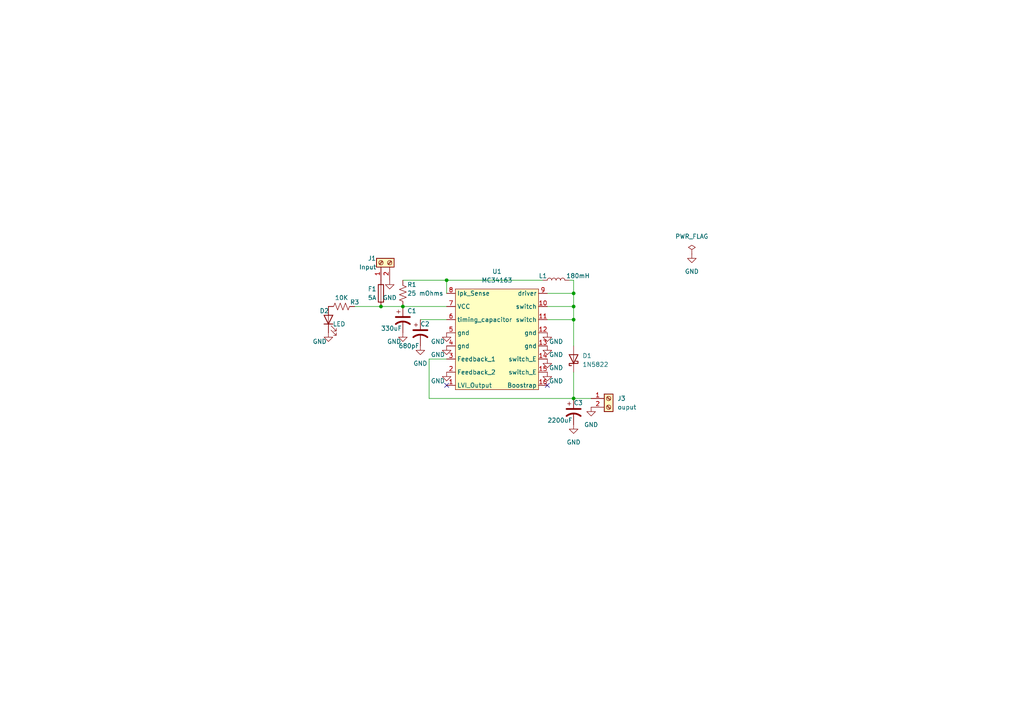
<source format=kicad_sch>
(kicad_sch (version 20230121) (generator eeschema)

  (uuid 2c414bc3-2d43-4140-a89b-656f21bb10b5)

  (paper "A4")

  (lib_symbols
    (symbol "Connector:Screw_Terminal_01x02" (pin_names (offset 1.016) hide) (in_bom yes) (on_board yes)
      (property "Reference" "J" (at 0 2.54 0)
        (effects (font (size 1.27 1.27)))
      )
      (property "Value" "Screw_Terminal_01x02" (at 0 -5.08 0)
        (effects (font (size 1.27 1.27)))
      )
      (property "Footprint" "" (at 0 0 0)
        (effects (font (size 1.27 1.27)) hide)
      )
      (property "Datasheet" "~" (at 0 0 0)
        (effects (font (size 1.27 1.27)) hide)
      )
      (property "ki_keywords" "screw terminal" (at 0 0 0)
        (effects (font (size 1.27 1.27)) hide)
      )
      (property "ki_description" "Generic screw terminal, single row, 01x02, script generated (kicad-library-utils/schlib/autogen/connector/)" (at 0 0 0)
        (effects (font (size 1.27 1.27)) hide)
      )
      (property "ki_fp_filters" "TerminalBlock*:*" (at 0 0 0)
        (effects (font (size 1.27 1.27)) hide)
      )
      (symbol "Screw_Terminal_01x02_1_1"
        (rectangle (start -1.27 1.27) (end 1.27 -3.81)
          (stroke (width 0.254) (type default))
          (fill (type background))
        )
        (circle (center 0 -2.54) (radius 0.635)
          (stroke (width 0.1524) (type default))
          (fill (type none))
        )
        (polyline
          (pts
            (xy -0.5334 -2.2098)
            (xy 0.3302 -3.048)
          )
          (stroke (width 0.1524) (type default))
          (fill (type none))
        )
        (polyline
          (pts
            (xy -0.5334 0.3302)
            (xy 0.3302 -0.508)
          )
          (stroke (width 0.1524) (type default))
          (fill (type none))
        )
        (polyline
          (pts
            (xy -0.3556 -2.032)
            (xy 0.508 -2.8702)
          )
          (stroke (width 0.1524) (type default))
          (fill (type none))
        )
        (polyline
          (pts
            (xy -0.3556 0.508)
            (xy 0.508 -0.3302)
          )
          (stroke (width 0.1524) (type default))
          (fill (type none))
        )
        (circle (center 0 0) (radius 0.635)
          (stroke (width 0.1524) (type default))
          (fill (type none))
        )
        (pin passive line (at -5.08 0 0) (length 3.81)
          (name "Pin_1" (effects (font (size 1.27 1.27))))
          (number "1" (effects (font (size 1.27 1.27))))
        )
        (pin passive line (at -5.08 -2.54 0) (length 3.81)
          (name "Pin_2" (effects (font (size 1.27 1.27))))
          (number "2" (effects (font (size 1.27 1.27))))
        )
      )
    )
    (symbol "Device:C_Polarized_US" (pin_numbers hide) (pin_names (offset 0.254) hide) (in_bom yes) (on_board yes)
      (property "Reference" "C" (at 0.635 2.54 0)
        (effects (font (size 1.27 1.27)) (justify left))
      )
      (property "Value" "C_Polarized_US" (at 0.635 -2.54 0)
        (effects (font (size 1.27 1.27)) (justify left))
      )
      (property "Footprint" "" (at 0 0 0)
        (effects (font (size 1.27 1.27)) hide)
      )
      (property "Datasheet" "~" (at 0 0 0)
        (effects (font (size 1.27 1.27)) hide)
      )
      (property "ki_keywords" "cap capacitor" (at 0 0 0)
        (effects (font (size 1.27 1.27)) hide)
      )
      (property "ki_description" "Polarized capacitor, US symbol" (at 0 0 0)
        (effects (font (size 1.27 1.27)) hide)
      )
      (property "ki_fp_filters" "CP_*" (at 0 0 0)
        (effects (font (size 1.27 1.27)) hide)
      )
      (symbol "C_Polarized_US_0_1"
        (polyline
          (pts
            (xy -2.032 0.762)
            (xy 2.032 0.762)
          )
          (stroke (width 0.508) (type default))
          (fill (type none))
        )
        (polyline
          (pts
            (xy -1.778 2.286)
            (xy -0.762 2.286)
          )
          (stroke (width 0) (type default))
          (fill (type none))
        )
        (polyline
          (pts
            (xy -1.27 1.778)
            (xy -1.27 2.794)
          )
          (stroke (width 0) (type default))
          (fill (type none))
        )
        (arc (start 2.032 -1.27) (mid 0 -0.5572) (end -2.032 -1.27)
          (stroke (width 0.508) (type default))
          (fill (type none))
        )
      )
      (symbol "C_Polarized_US_1_1"
        (pin passive line (at 0 3.81 270) (length 2.794)
          (name "~" (effects (font (size 1.27 1.27))))
          (number "1" (effects (font (size 1.27 1.27))))
        )
        (pin passive line (at 0 -3.81 90) (length 3.302)
          (name "~" (effects (font (size 1.27 1.27))))
          (number "2" (effects (font (size 1.27 1.27))))
        )
      )
    )
    (symbol "Device:Fuse" (pin_numbers hide) (pin_names (offset 0)) (in_bom yes) (on_board yes)
      (property "Reference" "F" (at 2.032 0 90)
        (effects (font (size 1.27 1.27)))
      )
      (property "Value" "Fuse" (at -1.905 0 90)
        (effects (font (size 1.27 1.27)))
      )
      (property "Footprint" "" (at -1.778 0 90)
        (effects (font (size 1.27 1.27)) hide)
      )
      (property "Datasheet" "~" (at 0 0 0)
        (effects (font (size 1.27 1.27)) hide)
      )
      (property "ki_keywords" "fuse" (at 0 0 0)
        (effects (font (size 1.27 1.27)) hide)
      )
      (property "ki_description" "Fuse" (at 0 0 0)
        (effects (font (size 1.27 1.27)) hide)
      )
      (property "ki_fp_filters" "*Fuse*" (at 0 0 0)
        (effects (font (size 1.27 1.27)) hide)
      )
      (symbol "Fuse_0_1"
        (rectangle (start -0.762 -2.54) (end 0.762 2.54)
          (stroke (width 0.254) (type default))
          (fill (type none))
        )
        (polyline
          (pts
            (xy 0 2.54)
            (xy 0 -2.54)
          )
          (stroke (width 0) (type default))
          (fill (type none))
        )
      )
      (symbol "Fuse_1_1"
        (pin passive line (at 0 3.81 270) (length 1.27)
          (name "~" (effects (font (size 1.27 1.27))))
          (number "1" (effects (font (size 1.27 1.27))))
        )
        (pin passive line (at 0 -3.81 90) (length 1.27)
          (name "~" (effects (font (size 1.27 1.27))))
          (number "2" (effects (font (size 1.27 1.27))))
        )
      )
    )
    (symbol "Device:L" (pin_numbers hide) (pin_names (offset 1.016) hide) (in_bom yes) (on_board yes)
      (property "Reference" "L" (at -1.27 0 90)
        (effects (font (size 1.27 1.27)))
      )
      (property "Value" "L" (at 1.905 0 90)
        (effects (font (size 1.27 1.27)))
      )
      (property "Footprint" "" (at 0 0 0)
        (effects (font (size 1.27 1.27)) hide)
      )
      (property "Datasheet" "~" (at 0 0 0)
        (effects (font (size 1.27 1.27)) hide)
      )
      (property "ki_keywords" "inductor choke coil reactor magnetic" (at 0 0 0)
        (effects (font (size 1.27 1.27)) hide)
      )
      (property "ki_description" "Inductor" (at 0 0 0)
        (effects (font (size 1.27 1.27)) hide)
      )
      (property "ki_fp_filters" "Choke_* *Coil* Inductor_* L_*" (at 0 0 0)
        (effects (font (size 1.27 1.27)) hide)
      )
      (symbol "L_0_1"
        (arc (start 0 -2.54) (mid 0.6323 -1.905) (end 0 -1.27)
          (stroke (width 0) (type default))
          (fill (type none))
        )
        (arc (start 0 -1.27) (mid 0.6323 -0.635) (end 0 0)
          (stroke (width 0) (type default))
          (fill (type none))
        )
        (arc (start 0 0) (mid 0.6323 0.635) (end 0 1.27)
          (stroke (width 0) (type default))
          (fill (type none))
        )
        (arc (start 0 1.27) (mid 0.6323 1.905) (end 0 2.54)
          (stroke (width 0) (type default))
          (fill (type none))
        )
      )
      (symbol "L_1_1"
        (pin passive line (at 0 3.81 270) (length 1.27)
          (name "1" (effects (font (size 1.27 1.27))))
          (number "1" (effects (font (size 1.27 1.27))))
        )
        (pin passive line (at 0 -3.81 90) (length 1.27)
          (name "2" (effects (font (size 1.27 1.27))))
          (number "2" (effects (font (size 1.27 1.27))))
        )
      )
    )
    (symbol "Device:LED" (pin_numbers hide) (pin_names (offset 1.016) hide) (in_bom yes) (on_board yes)
      (property "Reference" "D" (at 0 2.54 0)
        (effects (font (size 1.27 1.27)))
      )
      (property "Value" "LED" (at 0 -2.54 0)
        (effects (font (size 1.27 1.27)))
      )
      (property "Footprint" "" (at 0 0 0)
        (effects (font (size 1.27 1.27)) hide)
      )
      (property "Datasheet" "~" (at 0 0 0)
        (effects (font (size 1.27 1.27)) hide)
      )
      (property "ki_keywords" "LED diode" (at 0 0 0)
        (effects (font (size 1.27 1.27)) hide)
      )
      (property "ki_description" "Light emitting diode" (at 0 0 0)
        (effects (font (size 1.27 1.27)) hide)
      )
      (property "ki_fp_filters" "LED* LED_SMD:* LED_THT:*" (at 0 0 0)
        (effects (font (size 1.27 1.27)) hide)
      )
      (symbol "LED_0_1"
        (polyline
          (pts
            (xy -1.27 -1.27)
            (xy -1.27 1.27)
          )
          (stroke (width 0.254) (type default))
          (fill (type none))
        )
        (polyline
          (pts
            (xy -1.27 0)
            (xy 1.27 0)
          )
          (stroke (width 0) (type default))
          (fill (type none))
        )
        (polyline
          (pts
            (xy 1.27 -1.27)
            (xy 1.27 1.27)
            (xy -1.27 0)
            (xy 1.27 -1.27)
          )
          (stroke (width 0.254) (type default))
          (fill (type none))
        )
        (polyline
          (pts
            (xy -3.048 -0.762)
            (xy -4.572 -2.286)
            (xy -3.81 -2.286)
            (xy -4.572 -2.286)
            (xy -4.572 -1.524)
          )
          (stroke (width 0) (type default))
          (fill (type none))
        )
        (polyline
          (pts
            (xy -1.778 -0.762)
            (xy -3.302 -2.286)
            (xy -2.54 -2.286)
            (xy -3.302 -2.286)
            (xy -3.302 -1.524)
          )
          (stroke (width 0) (type default))
          (fill (type none))
        )
      )
      (symbol "LED_1_1"
        (pin passive line (at -3.81 0 0) (length 2.54)
          (name "K" (effects (font (size 1.27 1.27))))
          (number "1" (effects (font (size 1.27 1.27))))
        )
        (pin passive line (at 3.81 0 180) (length 2.54)
          (name "A" (effects (font (size 1.27 1.27))))
          (number "2" (effects (font (size 1.27 1.27))))
        )
      )
    )
    (symbol "Device:R_US" (pin_numbers hide) (pin_names (offset 0)) (in_bom yes) (on_board yes)
      (property "Reference" "R" (at 2.54 0 90)
        (effects (font (size 1.27 1.27)))
      )
      (property "Value" "R_US" (at -2.54 0 90)
        (effects (font (size 1.27 1.27)))
      )
      (property "Footprint" "" (at 1.016 -0.254 90)
        (effects (font (size 1.27 1.27)) hide)
      )
      (property "Datasheet" "~" (at 0 0 0)
        (effects (font (size 1.27 1.27)) hide)
      )
      (property "ki_keywords" "R res resistor" (at 0 0 0)
        (effects (font (size 1.27 1.27)) hide)
      )
      (property "ki_description" "Resistor, US symbol" (at 0 0 0)
        (effects (font (size 1.27 1.27)) hide)
      )
      (property "ki_fp_filters" "R_*" (at 0 0 0)
        (effects (font (size 1.27 1.27)) hide)
      )
      (symbol "R_US_0_1"
        (polyline
          (pts
            (xy 0 -2.286)
            (xy 0 -2.54)
          )
          (stroke (width 0) (type default))
          (fill (type none))
        )
        (polyline
          (pts
            (xy 0 2.286)
            (xy 0 2.54)
          )
          (stroke (width 0) (type default))
          (fill (type none))
        )
        (polyline
          (pts
            (xy 0 -0.762)
            (xy 1.016 -1.143)
            (xy 0 -1.524)
            (xy -1.016 -1.905)
            (xy 0 -2.286)
          )
          (stroke (width 0) (type default))
          (fill (type none))
        )
        (polyline
          (pts
            (xy 0 0.762)
            (xy 1.016 0.381)
            (xy 0 0)
            (xy -1.016 -0.381)
            (xy 0 -0.762)
          )
          (stroke (width 0) (type default))
          (fill (type none))
        )
        (polyline
          (pts
            (xy 0 2.286)
            (xy 1.016 1.905)
            (xy 0 1.524)
            (xy -1.016 1.143)
            (xy 0 0.762)
          )
          (stroke (width 0) (type default))
          (fill (type none))
        )
      )
      (symbol "R_US_1_1"
        (pin passive line (at 0 3.81 270) (length 1.27)
          (name "~" (effects (font (size 1.27 1.27))))
          (number "1" (effects (font (size 1.27 1.27))))
        )
        (pin passive line (at 0 -3.81 90) (length 1.27)
          (name "~" (effects (font (size 1.27 1.27))))
          (number "2" (effects (font (size 1.27 1.27))))
        )
      )
    )
    (symbol "Diode:1N5822" (pin_numbers hide) (pin_names (offset 1.016) hide) (in_bom yes) (on_board yes)
      (property "Reference" "D" (at 0 2.54 0)
        (effects (font (size 1.27 1.27)))
      )
      (property "Value" "1N5822" (at 0 -2.54 0)
        (effects (font (size 1.27 1.27)))
      )
      (property "Footprint" "Diode_THT:D_DO-201AD_P15.24mm_Horizontal" (at 0 -4.445 0)
        (effects (font (size 1.27 1.27)) hide)
      )
      (property "Datasheet" "http://www.vishay.com/docs/88526/1n5820.pdf" (at 0 0 0)
        (effects (font (size 1.27 1.27)) hide)
      )
      (property "ki_keywords" "diode Schottky" (at 0 0 0)
        (effects (font (size 1.27 1.27)) hide)
      )
      (property "ki_description" "40V 3A Schottky Barrier Rectifier Diode, DO-201AD" (at 0 0 0)
        (effects (font (size 1.27 1.27)) hide)
      )
      (property "ki_fp_filters" "D*DO?201AD*" (at 0 0 0)
        (effects (font (size 1.27 1.27)) hide)
      )
      (symbol "1N5822_0_1"
        (polyline
          (pts
            (xy 1.27 0)
            (xy -1.27 0)
          )
          (stroke (width 0) (type default))
          (fill (type none))
        )
        (polyline
          (pts
            (xy 1.27 1.27)
            (xy 1.27 -1.27)
            (xy -1.27 0)
            (xy 1.27 1.27)
          )
          (stroke (width 0.254) (type default))
          (fill (type none))
        )
        (polyline
          (pts
            (xy -1.905 0.635)
            (xy -1.905 1.27)
            (xy -1.27 1.27)
            (xy -1.27 -1.27)
            (xy -0.635 -1.27)
            (xy -0.635 -0.635)
          )
          (stroke (width 0.254) (type default))
          (fill (type none))
        )
      )
      (symbol "1N5822_1_1"
        (pin passive line (at -3.81 0 0) (length 2.54)
          (name "K" (effects (font (size 1.27 1.27))))
          (number "1" (effects (font (size 1.27 1.27))))
        )
        (pin passive line (at 3.81 0 180) (length 2.54)
          (name "A" (effects (font (size 1.27 1.27))))
          (number "2" (effects (font (size 1.27 1.27))))
        )
      )
    )
    (symbol "GND_1" (power) (pin_names (offset 0)) (in_bom yes) (on_board yes)
      (property "Reference" "#PWR" (at 0 -6.35 0)
        (effects (font (size 1.27 1.27)) hide)
      )
      (property "Value" "GND_1" (at 0 -3.81 0)
        (effects (font (size 1.27 1.27)))
      )
      (property "Footprint" "" (at 0 0 0)
        (effects (font (size 1.27 1.27)) hide)
      )
      (property "Datasheet" "" (at 0 0 0)
        (effects (font (size 1.27 1.27)) hide)
      )
      (property "ki_keywords" "global power" (at 0 0 0)
        (effects (font (size 1.27 1.27)) hide)
      )
      (property "ki_description" "Power symbol creates a global label with name \"GND\" , ground" (at 0 0 0)
        (effects (font (size 1.27 1.27)) hide)
      )
      (symbol "GND_1_0_1"
        (polyline
          (pts
            (xy 0 0)
            (xy 0 -1.27)
            (xy 1.27 -1.27)
            (xy 0 -2.54)
            (xy -1.27 -1.27)
            (xy 0 -1.27)
          )
          (stroke (width 0) (type default))
          (fill (type none))
        )
      )
      (symbol "GND_1_1_1"
        (pin power_in line (at 0 0 270) (length 0) hide
          (name "GND" (effects (font (size 1.27 1.27))))
          (number "1" (effects (font (size 1.27 1.27))))
        )
      )
    )
    (symbol "MC34163:MC34163" (in_bom yes) (on_board yes)
      (property "Reference" "U" (at 22.86 20.32 0)
        (effects (font (size 1.27 1.27)))
      )
      (property "Value" "MC34163" (at 34.29 20.32 0)
        (effects (font (size 1.27 1.27)))
      )
      (property "Footprint" "" (at 0 0 0)
        (effects (font (size 1.27 1.27)) hide)
      )
      (property "Datasheet" "" (at 0 0 0)
        (effects (font (size 1.27 1.27)) hide)
      )
      (symbol "MC34163_0_1"
        (rectangle (start 17.78 -10.16) (end 41.91 19.05)
          (stroke (width 0) (type default))
          (fill (type background))
        )
      )
      (symbol "MC34163_1_1"
        (pin output line (at 15.24 -8.89 0) (length 2.54)
          (name "LVI_Output" (effects (font (size 1.27 1.27))))
          (number "1" (effects (font (size 1.27 1.27))))
        )
        (pin input line (at 44.45 13.97 180) (length 2.54)
          (name "switch" (effects (font (size 1.27 1.27))))
          (number "10" (effects (font (size 1.27 1.27))))
        )
        (pin input line (at 44.45 10.16 180) (length 2.54)
          (name "switch" (effects (font (size 1.27 1.27))))
          (number "11" (effects (font (size 1.27 1.27))))
        )
        (pin input line (at 44.45 6.35 180) (length 2.54)
          (name "gnd" (effects (font (size 1.27 1.27))))
          (number "12" (effects (font (size 1.27 1.27))))
        )
        (pin input line (at 44.45 2.54 180) (length 2.54)
          (name "gnd" (effects (font (size 1.27 1.27))))
          (number "13" (effects (font (size 1.27 1.27))))
        )
        (pin power_in line (at 44.45 -1.27 180) (length 2.54)
          (name "switch_E" (effects (font (size 1.27 1.27))))
          (number "14" (effects (font (size 1.27 1.27))))
        )
        (pin power_in line (at 44.45 -5.08 180) (length 2.54)
          (name "switch_E" (effects (font (size 1.27 1.27))))
          (number "15" (effects (font (size 1.27 1.27))))
        )
        (pin input line (at 44.45 -8.89 180) (length 2.54)
          (name "Boostrap" (effects (font (size 1.27 1.27))))
          (number "16" (effects (font (size 1.27 1.27))))
        )
        (pin input line (at 15.24 -5.08 0) (length 2.54)
          (name "Feedback_2" (effects (font (size 1.27 1.27))))
          (number "2" (effects (font (size 1.27 1.27))))
        )
        (pin input line (at 15.24 -1.27 0) (length 2.54)
          (name "Feedback_1" (effects (font (size 1.27 1.27))))
          (number "3" (effects (font (size 1.27 1.27))))
        )
        (pin input line (at 15.24 2.54 0) (length 2.54)
          (name "gnd" (effects (font (size 1.27 1.27))))
          (number "4" (effects (font (size 1.27 1.27))))
        )
        (pin input line (at 15.24 6.35 0) (length 2.54)
          (name "gnd" (effects (font (size 1.27 1.27))))
          (number "5" (effects (font (size 1.27 1.27))))
        )
        (pin input line (at 15.24 10.16 0) (length 2.54)
          (name "timing_capacitor" (effects (font (size 1.27 1.27))))
          (number "6" (effects (font (size 1.27 1.27))))
        )
        (pin input line (at 15.24 13.97 0) (length 2.54)
          (name "VCC" (effects (font (size 1.27 1.27))))
          (number "7" (effects (font (size 1.27 1.27))))
        )
        (pin input line (at 15.24 17.78 0) (length 2.54)
          (name "Ipk_Sense" (effects (font (size 1.27 1.27))))
          (number "8" (effects (font (size 1.27 1.27))))
        )
        (pin input line (at 44.45 17.78 180) (length 2.54)
          (name "driver" (effects (font (size 1.27 1.27))))
          (number "9" (effects (font (size 1.27 1.27))))
        )
      )
    )
    (symbol "PWR_FLAG_1" (power) (pin_numbers hide) (pin_names (offset 0) hide) (in_bom yes) (on_board yes)
      (property "Reference" "#FLG" (at 0 1.905 0)
        (effects (font (size 1.27 1.27)) hide)
      )
      (property "Value" "PWR_FLAG_1" (at 0 3.81 0)
        (effects (font (size 1.27 1.27)))
      )
      (property "Footprint" "" (at 0 0 0)
        (effects (font (size 1.27 1.27)) hide)
      )
      (property "Datasheet" "~" (at 0 0 0)
        (effects (font (size 1.27 1.27)) hide)
      )
      (property "ki_keywords" "flag power" (at 0 0 0)
        (effects (font (size 1.27 1.27)) hide)
      )
      (property "ki_description" "Special symbol for telling ERC where power comes from" (at 0 0 0)
        (effects (font (size 1.27 1.27)) hide)
      )
      (symbol "PWR_FLAG_1_0_0"
        (pin power_out line (at 0 0 90) (length 0)
          (name "pwr" (effects (font (size 1.27 1.27))))
          (number "1" (effects (font (size 1.27 1.27))))
        )
      )
      (symbol "PWR_FLAG_1_0_1"
        (polyline
          (pts
            (xy 0 0)
            (xy 0 1.27)
            (xy -1.016 1.905)
            (xy 0 2.54)
            (xy 1.016 1.905)
            (xy 0 1.27)
          )
          (stroke (width 0) (type default))
          (fill (type none))
        )
      )
    )
  )

  (junction (at 166.37 115.57) (diameter 0) (color 0 0 0 0)
    (uuid 3bde634b-94ee-4db3-ae31-774a30c08e8c)
  )
  (junction (at 129.54 81.28) (diameter 0) (color 0 0 0 0)
    (uuid 4719b627-0366-41b0-806a-210bdcb4291e)
  )
  (junction (at 116.84 88.9) (diameter 0) (color 0 0 0 0)
    (uuid 4e565a83-1926-4f70-b0dc-6d6b1f04bd32)
  )
  (junction (at 110.49 88.9) (diameter 0) (color 0 0 0 0)
    (uuid 84a43c64-f2af-4ffa-b0ad-f26a33c182e4)
  )
  (junction (at 166.37 92.71) (diameter 0) (color 0 0 0 0)
    (uuid 92676245-ab99-4336-8c1a-ea837bbd68db)
  )
  (junction (at 166.37 88.9) (diameter 0) (color 0 0 0 0)
    (uuid 9f38cd68-03cb-4078-8996-c4d0ce61f243)
  )
  (junction (at 166.37 85.09) (diameter 0) (color 0 0 0 0)
    (uuid e5d61026-d436-4296-90b6-cb5bfba07fcc)
  )

  (no_connect (at 158.75 111.76) (uuid 1bd9c51f-f1d9-45de-a378-94ca5644099c))
  (no_connect (at 129.54 111.76) (uuid 3f74c0d3-5a0a-408f-8819-979dd68d08ce))

  (wire (pts (xy 124.46 104.14) (xy 129.54 104.14))
    (stroke (width 0) (type default))
    (uuid 13aa16af-7286-40dd-8649-51e1718ac43a)
  )
  (wire (pts (xy 158.75 85.09) (xy 166.37 85.09))
    (stroke (width 0) (type default))
    (uuid 1ad2f45e-83ed-4a93-a4c8-cc6ec2b3f950)
  )
  (wire (pts (xy 124.46 104.14) (xy 124.46 115.57))
    (stroke (width 0) (type default))
    (uuid 21fd1e6b-c4fa-4a2f-9026-8f8bdcd4800f)
  )
  (wire (pts (xy 166.37 92.71) (xy 158.75 92.71))
    (stroke (width 0) (type default))
    (uuid 335f288d-bcbc-47bc-a73b-6a25d027bc84)
  )
  (wire (pts (xy 166.37 107.95) (xy 166.37 115.57))
    (stroke (width 0) (type default))
    (uuid 358df351-70c7-4722-a875-2dfb5f9f146d)
  )
  (wire (pts (xy 121.92 92.71) (xy 129.54 92.71))
    (stroke (width 0) (type default))
    (uuid 371f6d94-1358-49e8-981b-3879b005a6cb)
  )
  (wire (pts (xy 158.75 88.9) (xy 166.37 88.9))
    (stroke (width 0) (type default))
    (uuid 3d071f68-cfcd-48b1-8fe4-1ececaff6dd5)
  )
  (wire (pts (xy 166.37 115.57) (xy 171.45 115.57))
    (stroke (width 0) (type default))
    (uuid 50c6573b-52c3-42a9-902c-7e08bf8e5008)
  )
  (wire (pts (xy 166.37 85.09) (xy 166.37 81.28))
    (stroke (width 0) (type default))
    (uuid 5ba086e3-64c2-421c-8ce5-f7a711ac8671)
  )
  (wire (pts (xy 129.54 81.28) (xy 129.54 85.09))
    (stroke (width 0) (type default))
    (uuid 5e3af698-5d61-44d3-bcf5-f6f99b5ae12f)
  )
  (wire (pts (xy 116.84 88.9) (xy 129.54 88.9))
    (stroke (width 0) (type default))
    (uuid 60f62fee-2677-4b8c-8e7c-4131a0f4d3ed)
  )
  (wire (pts (xy 110.49 88.9) (xy 116.84 88.9))
    (stroke (width 0) (type default))
    (uuid 82b41b27-efff-4233-b224-3977f8c32b3d)
  )
  (wire (pts (xy 116.84 81.28) (xy 129.54 81.28))
    (stroke (width 0) (type default))
    (uuid a7b76ed0-bfed-471e-b4ed-e174893f53cb)
  )
  (wire (pts (xy 157.48 81.28) (xy 129.54 81.28))
    (stroke (width 0) (type default))
    (uuid ab1722f2-4224-452a-9f1e-a28fa241f31b)
  )
  (wire (pts (xy 124.46 115.57) (xy 166.37 115.57))
    (stroke (width 0) (type default))
    (uuid abfe600f-26bb-4bfd-9771-5a45fcee14eb)
  )
  (wire (pts (xy 166.37 81.28) (xy 165.1 81.28))
    (stroke (width 0) (type default))
    (uuid d018db96-f01e-4d5e-a923-7232ff8e1735)
  )
  (wire (pts (xy 166.37 85.09) (xy 166.37 88.9))
    (stroke (width 0) (type default))
    (uuid e95d0568-a71c-49b6-aecf-6b6654d95abe)
  )
  (wire (pts (xy 166.37 92.71) (xy 166.37 100.33))
    (stroke (width 0) (type default))
    (uuid eceb3904-ded1-4e17-8ff7-068e74266438)
  )
  (wire (pts (xy 102.87 88.9) (xy 110.49 88.9))
    (stroke (width 0) (type default))
    (uuid f8f10dec-a412-4765-9a3a-72a0e32e2285)
  )
  (wire (pts (xy 166.37 88.9) (xy 166.37 92.71))
    (stroke (width 0) (type default))
    (uuid ffb75324-efc8-43a9-8df6-f9f58f0246d1)
  )

  (symbol (lib_id "Connector:Screw_Terminal_01x02") (at 176.53 115.57 0) (unit 1)
    (in_bom yes) (on_board yes) (dnp no)
    (uuid 0456124f-f978-4154-8f24-38c9b38ec097)
    (property "Reference" "J3" (at 179.07 115.5699 0)
      (effects (font (size 1.27 1.27)) (justify left))
    )
    (property "Value" "ouput" (at 179.07 118.11 0)
      (effects (font (size 1.27 1.27)) (justify left))
    )
    (property "Footprint" "TerminalBlock_TE-Connectivity:TerminalBlock_TE_282834-2_1x02_P2.54mm_Horizontal" (at 176.53 115.57 0)
      (effects (font (size 1.27 1.27)) hide)
    )
    (property "Datasheet" "~" (at 176.53 115.57 0)
      (effects (font (size 1.27 1.27)) hide)
    )
    (pin "1" (uuid 2e2f30e5-da2c-4b1e-a34c-449aadefc52a))
    (pin "2" (uuid e5bc37f7-d536-4006-8017-00f76f7db0da))
    (instances
      (project "Alim5"
        (path "/2c414bc3-2d43-4140-a89b-656f21bb10b5"
          (reference "J3") (unit 1)
        )
      )
    )
  )

  (symbol (lib_name "GND_1") (lib_id "power:GND") (at 200.66 73.66 0) (unit 1)
    (in_bom yes) (on_board yes) (dnp no) (fields_autoplaced)
    (uuid 08e48735-7109-435b-ab92-68f0b7f7a70d)
    (property "Reference" "#PWR02" (at 200.66 80.01 0)
      (effects (font (size 1.27 1.27)) hide)
    )
    (property "Value" "GND" (at 200.66 78.74 0)
      (effects (font (size 1.27 1.27)))
    )
    (property "Footprint" "" (at 200.66 73.66 0)
      (effects (font (size 1.27 1.27)) hide)
    )
    (property "Datasheet" "" (at 200.66 73.66 0)
      (effects (font (size 1.27 1.27)) hide)
    )
    (pin "1" (uuid 04b3fc8d-43ab-4c3b-b84c-59ab236d64a9))
    (instances
      (project "Alim5"
        (path "/2c414bc3-2d43-4140-a89b-656f21bb10b5"
          (reference "#PWR02") (unit 1)
        )
      )
    )
  )

  (symbol (lib_id "Device:C_Polarized_US") (at 116.84 92.71 0) (unit 1)
    (in_bom yes) (on_board yes) (dnp no)
    (uuid 0f43dbe7-ddac-4eac-8362-c409a2fc9a21)
    (property "Reference" "C1" (at 118.11 90.17 0)
      (effects (font (size 1.27 1.27)) (justify left))
    )
    (property "Value" "330uF" (at 110.49 95.25 0)
      (effects (font (size 1.27 1.27)) (justify left))
    )
    (property "Footprint" "Capacitor_THT:CP_Radial_D13.0mm_P5.00mm" (at 116.84 92.71 0)
      (effects (font (size 1.27 1.27)) hide)
    )
    (property "Datasheet" "~" (at 116.84 92.71 0)
      (effects (font (size 1.27 1.27)) hide)
    )
    (pin "1" (uuid b429be87-9ad2-4fc4-89ed-8902fc9afeaf))
    (pin "2" (uuid 27d99f6c-e55e-4a4f-ab7b-bd58b9f4a734))
    (instances
      (project "Alim5"
        (path "/2c414bc3-2d43-4140-a89b-656f21bb10b5"
          (reference "C1") (unit 1)
        )
      )
    )
  )

  (symbol (lib_name "GND_1") (lib_id "power:GND") (at 166.37 123.19 0) (unit 1)
    (in_bom yes) (on_board yes) (dnp no) (fields_autoplaced)
    (uuid 150fa851-3f54-4fc3-8359-3f048e848ba8)
    (property "Reference" "#PWR014" (at 166.37 129.54 0)
      (effects (font (size 1.27 1.27)) hide)
    )
    (property "Value" "GND" (at 166.37 128.27 0)
      (effects (font (size 1.27 1.27)))
    )
    (property "Footprint" "" (at 166.37 123.19 0)
      (effects (font (size 1.27 1.27)) hide)
    )
    (property "Datasheet" "" (at 166.37 123.19 0)
      (effects (font (size 1.27 1.27)) hide)
    )
    (pin "1" (uuid ec31175f-b15b-4745-850d-5dbb52a77cc5))
    (instances
      (project "Alim5"
        (path "/2c414bc3-2d43-4140-a89b-656f21bb10b5"
          (reference "#PWR014") (unit 1)
        )
      )
    )
  )

  (symbol (lib_id "MC34163:MC34163") (at 114.3 102.87 0) (unit 1)
    (in_bom yes) (on_board yes) (dnp no) (fields_autoplaced)
    (uuid 17ee817a-b012-4c6b-8a9b-0c70081eba48)
    (property "Reference" "U1" (at 144.145 78.74 0)
      (effects (font (size 1.27 1.27)))
    )
    (property "Value" "MC34163" (at 144.145 81.28 0)
      (effects (font (size 1.27 1.27)))
    )
    (property "Footprint" "" (at 114.3 102.87 0)
      (effects (font (size 1.27 1.27)) hide)
    )
    (property "Datasheet" "" (at 114.3 102.87 0)
      (effects (font (size 1.27 1.27)) hide)
    )
    (pin "1" (uuid c3c058c7-4a94-4a15-8c6f-1aea30be4872))
    (pin "10" (uuid 2981cc66-7cb5-4641-a52a-d68efc0044a2))
    (pin "11" (uuid c151230e-4e48-4987-ac84-fecdb14f7506))
    (pin "12" (uuid ec9bccf5-fd87-4775-af02-3b35f4ce1c52))
    (pin "13" (uuid d5273014-a5a2-4247-9809-628bb984d338))
    (pin "14" (uuid 9a6f55f8-6235-4b1b-a445-3f5d5ce0a017))
    (pin "15" (uuid ba7c076f-5989-4a61-9d68-bbb39efd1a8f))
    (pin "16" (uuid 686a526b-7cdf-4ca6-9daa-0b1cbcb332df))
    (pin "2" (uuid 969282d5-1647-4d2e-a1ba-65541ed7232e))
    (pin "3" (uuid d377d9ad-bee6-414a-9388-a18de5f386ac))
    (pin "4" (uuid 55ceb421-25d7-4eba-afed-1459a4834b96))
    (pin "5" (uuid 9315d1ca-af4f-48ba-8842-1432729c4671))
    (pin "6" (uuid 7142c971-1f02-4a92-96e9-48a97cd22a2c))
    (pin "7" (uuid 30b2d1f8-9c2b-49a7-a26c-6f24407a6884))
    (pin "8" (uuid ec368f45-8724-465d-b07a-d9d1ee5940fe))
    (pin "9" (uuid 25ec6e58-451f-4be7-9186-e06418a78ab6))
    (instances
      (project "Alim5"
        (path "/2c414bc3-2d43-4140-a89b-656f21bb10b5"
          (reference "U1") (unit 1)
        )
      )
    )
  )

  (symbol (lib_id "Device:LED") (at 95.25 92.71 90) (unit 1)
    (in_bom yes) (on_board yes) (dnp no)
    (uuid 193214bb-ab8f-4da5-9ac7-98d90de308a2)
    (property "Reference" "D2" (at 92.71 90.17 90)
      (effects (font (size 1.27 1.27)) (justify right))
    )
    (property "Value" "LED" (at 96.52 93.98 90)
      (effects (font (size 1.27 1.27)) (justify right))
    )
    (property "Footprint" "LED_SMD:LED_0805_2012Metric" (at 95.25 92.71 0)
      (effects (font (size 1.27 1.27)) hide)
    )
    (property "Datasheet" "~" (at 95.25 92.71 0)
      (effects (font (size 1.27 1.27)) hide)
    )
    (pin "1" (uuid f176e360-349f-402c-886b-374ad3c20f20))
    (pin "2" (uuid dfef8fb8-eae1-4c4e-b32e-cf78963bc69b))
    (instances
      (project "Alim5"
        (path "/2c414bc3-2d43-4140-a89b-656f21bb10b5"
          (reference "D2") (unit 1)
        )
      )
    )
  )

  (symbol (lib_name "GND_1") (lib_id "power:GND") (at 158.75 100.33 0) (unit 1)
    (in_bom yes) (on_board yes) (dnp no)
    (uuid 1ac2c6f2-7235-476b-baec-15e72b93c5fb)
    (property "Reference" "#PWR011" (at 158.75 106.68 0)
      (effects (font (size 1.27 1.27)) hide)
    )
    (property "Value" "GND" (at 161.29 102.87 0)
      (effects (font (size 1.27 1.27)))
    )
    (property "Footprint" "" (at 158.75 100.33 0)
      (effects (font (size 1.27 1.27)) hide)
    )
    (property "Datasheet" "" (at 158.75 100.33 0)
      (effects (font (size 1.27 1.27)) hide)
    )
    (pin "1" (uuid 4b0cc4cd-41e6-4dbd-b40b-04bef8516f5b))
    (instances
      (project "Alim5"
        (path "/2c414bc3-2d43-4140-a89b-656f21bb10b5"
          (reference "#PWR011") (unit 1)
        )
      )
    )
  )

  (symbol (lib_name "GND_1") (lib_id "power:GND") (at 158.75 104.14 0) (unit 1)
    (in_bom yes) (on_board yes) (dnp no)
    (uuid 227e0d06-c4b9-45cf-ae71-2d73542b22a0)
    (property "Reference" "#PWR09" (at 158.75 110.49 0)
      (effects (font (size 1.27 1.27)) hide)
    )
    (property "Value" "GND" (at 161.29 106.68 0)
      (effects (font (size 1.27 1.27)))
    )
    (property "Footprint" "" (at 158.75 104.14 0)
      (effects (font (size 1.27 1.27)) hide)
    )
    (property "Datasheet" "" (at 158.75 104.14 0)
      (effects (font (size 1.27 1.27)) hide)
    )
    (pin "1" (uuid 79e234d0-4f9a-4f96-9e04-e7c40e9b7525))
    (instances
      (project "Alim5"
        (path "/2c414bc3-2d43-4140-a89b-656f21bb10b5"
          (reference "#PWR09") (unit 1)
        )
      )
    )
  )

  (symbol (lib_id "Device:Fuse") (at 110.49 85.09 0) (unit 1)
    (in_bom yes) (on_board yes) (dnp no)
    (uuid 31b44c0a-84ca-43a2-a1c4-a7bb070ab81a)
    (property "Reference" "F1" (at 106.68 83.82 0)
      (effects (font (size 1.27 1.27)) (justify left))
    )
    (property "Value" "5A" (at 106.68 86.36 0)
      (effects (font (size 1.27 1.27)) (justify left))
    )
    (property "Footprint" "Fuse:Fuseholder_Clip-6.3x32mm_Littelfuse_102_122_Inline_P34.21x7.62mm_D1.98mm_Horizontal" (at 108.712 85.09 90)
      (effects (font (size 1.27 1.27)) hide)
    )
    (property "Datasheet" "~" (at 110.49 85.09 0)
      (effects (font (size 1.27 1.27)) hide)
    )
    (pin "1" (uuid 7c54b2d1-ef39-4cdb-b555-c2de5cd3a498))
    (pin "2" (uuid 39b7f541-8339-41d3-b5d3-ebfecf594696))
    (instances
      (project "Alim5"
        (path "/2c414bc3-2d43-4140-a89b-656f21bb10b5"
          (reference "F1") (unit 1)
        )
      )
    )
  )

  (symbol (lib_name "GND_1") (lib_id "power:GND") (at 129.54 107.95 0) (unit 1)
    (in_bom yes) (on_board yes) (dnp no)
    (uuid 47448a21-399b-4b81-a873-1b02fdf143a4)
    (property "Reference" "#PWR013" (at 129.54 114.3 0)
      (effects (font (size 1.27 1.27)) hide)
    )
    (property "Value" "GND" (at 127 110.49 0)
      (effects (font (size 1.27 1.27)))
    )
    (property "Footprint" "" (at 129.54 107.95 0)
      (effects (font (size 1.27 1.27)) hide)
    )
    (property "Datasheet" "" (at 129.54 107.95 0)
      (effects (font (size 1.27 1.27)) hide)
    )
    (pin "1" (uuid 56564e8c-4a74-492a-be75-9afdde24dd73))
    (instances
      (project "Alim5"
        (path "/2c414bc3-2d43-4140-a89b-656f21bb10b5"
          (reference "#PWR013") (unit 1)
        )
      )
    )
  )

  (symbol (lib_name "GND_1") (lib_id "power:GND") (at 121.92 100.33 0) (unit 1)
    (in_bom yes) (on_board yes) (dnp no) (fields_autoplaced)
    (uuid 56314715-c7da-4c0f-a3bb-b562355ccdca)
    (property "Reference" "#PWR03" (at 121.92 106.68 0)
      (effects (font (size 1.27 1.27)) hide)
    )
    (property "Value" "GND" (at 121.92 105.41 0)
      (effects (font (size 1.27 1.27)))
    )
    (property "Footprint" "" (at 121.92 100.33 0)
      (effects (font (size 1.27 1.27)) hide)
    )
    (property "Datasheet" "" (at 121.92 100.33 0)
      (effects (font (size 1.27 1.27)) hide)
    )
    (pin "1" (uuid 917f6240-0ea9-4acc-a032-fbad84af7a82))
    (instances
      (project "Alim5"
        (path "/2c414bc3-2d43-4140-a89b-656f21bb10b5"
          (reference "#PWR03") (unit 1)
        )
      )
    )
  )

  (symbol (lib_id "Connector:Screw_Terminal_01x02") (at 110.49 76.2 90) (unit 1)
    (in_bom yes) (on_board yes) (dnp no)
    (uuid 5b2d2c44-6556-4fd2-a7f1-eb3b4d913618)
    (property "Reference" "J1" (at 106.68 74.93 90)
      (effects (font (size 1.27 1.27)) (justify right))
    )
    (property "Value" "Input " (at 104.14 77.47 90)
      (effects (font (size 1.27 1.27)) (justify right))
    )
    (property "Footprint" "TerminalBlock_TE-Connectivity:TerminalBlock_TE_282834-2_1x02_P2.54mm_Horizontal" (at 110.49 76.2 0)
      (effects (font (size 1.27 1.27)) hide)
    )
    (property "Datasheet" "~" (at 110.49 76.2 0)
      (effects (font (size 1.27 1.27)) hide)
    )
    (pin "1" (uuid ffe5a692-5da1-4ac7-a50b-0cac4e03292c))
    (pin "2" (uuid dead347c-d85e-4e06-9fb4-17b8fe998db3))
    (instances
      (project "Alim5"
        (path "/2c414bc3-2d43-4140-a89b-656f21bb10b5"
          (reference "J1") (unit 1)
        )
      )
    )
  )

  (symbol (lib_id "Device:L") (at 161.29 81.28 90) (unit 1)
    (in_bom yes) (on_board yes) (dnp no)
    (uuid 5d0523dc-3644-4648-86eb-ad70435770cc)
    (property "Reference" "L1" (at 157.48 80.01 90)
      (effects (font (size 1.27 1.27)))
    )
    (property "Value" "180mH" (at 167.64 80.01 90)
      (effects (font (size 1.27 1.27)))
    )
    (property "Footprint" "THT:L0451-AL" (at 161.29 81.28 0)
      (effects (font (size 1.27 1.27)) hide)
    )
    (property "Datasheet" "~" (at 161.29 81.28 0)
      (effects (font (size 1.27 1.27)) hide)
    )
    (pin "1" (uuid b63e5a68-29fc-410d-bdda-1c5597c57105))
    (pin "2" (uuid 6b34a5ac-54b1-4a49-b01b-cb303652c46e))
    (instances
      (project "Alim5"
        (path "/2c414bc3-2d43-4140-a89b-656f21bb10b5"
          (reference "L1") (unit 1)
        )
      )
    )
  )

  (symbol (lib_name "PWR_FLAG_1") (lib_id "power:PWR_FLAG") (at 200.66 73.66 0) (unit 1)
    (in_bom yes) (on_board yes) (dnp no) (fields_autoplaced)
    (uuid 601ae459-fcc3-429e-8510-20e9d25a6f53)
    (property "Reference" "#FLG01" (at 200.66 71.755 0)
      (effects (font (size 1.27 1.27)) hide)
    )
    (property "Value" "PWR_FLAG" (at 200.66 68.58 0)
      (effects (font (size 1.27 1.27)))
    )
    (property "Footprint" "" (at 200.66 73.66 0)
      (effects (font (size 1.27 1.27)) hide)
    )
    (property "Datasheet" "~" (at 200.66 73.66 0)
      (effects (font (size 1.27 1.27)) hide)
    )
    (pin "1" (uuid d39f0ebe-a3b0-4ffb-8266-5ff7233f7702))
    (instances
      (project "Alim5"
        (path "/2c414bc3-2d43-4140-a89b-656f21bb10b5"
          (reference "#FLG01") (unit 1)
        )
      )
    )
  )

  (symbol (lib_id "Device:C_Polarized_US") (at 121.92 96.52 0) (unit 1)
    (in_bom yes) (on_board yes) (dnp no)
    (uuid 6245378a-7d0a-465f-bad4-37287b1f14a0)
    (property "Reference" "C2" (at 121.92 93.98 0)
      (effects (font (size 1.27 1.27)) (justify left))
    )
    (property "Value" "680pF" (at 115.57 100.33 0)
      (effects (font (size 1.27 1.27)) (justify left))
    )
    (property "Footprint" "Capacitor_THT:CP_Radial_D4.0mm_P2.00mm" (at 121.92 96.52 0)
      (effects (font (size 1.27 1.27)) hide)
    )
    (property "Datasheet" "~" (at 121.92 96.52 0)
      (effects (font (size 1.27 1.27)) hide)
    )
    (pin "1" (uuid 01ddcf3e-c6b9-42fe-aa6a-59f2628d8cd2))
    (pin "2" (uuid ca152eb4-8f67-40ee-9840-2a00d26eb15c))
    (instances
      (project "Alim5"
        (path "/2c414bc3-2d43-4140-a89b-656f21bb10b5"
          (reference "C2") (unit 1)
        )
      )
    )
  )

  (symbol (lib_id "Device:R_US") (at 116.84 85.09 0) (unit 1)
    (in_bom yes) (on_board yes) (dnp no)
    (uuid 62e622af-5221-4af6-b1c7-c3e08db70788)
    (property "Reference" "R1" (at 118.11 82.55 0)
      (effects (font (size 1.27 1.27)) (justify left))
    )
    (property "Value" "25 mOhms" (at 118.11 85.09 0)
      (effects (font (size 1.27 1.27)) (justify left))
    )
    (property "Footprint" "Resistor_SMD:R_2512_6332Metric" (at 117.856 85.344 90)
      (effects (font (size 1.27 1.27)) hide)
    )
    (property "Datasheet" "~" (at 116.84 85.09 0)
      (effects (font (size 1.27 1.27)) hide)
    )
    (pin "1" (uuid 4860fc88-2143-4efd-8981-559bb7d25f53))
    (pin "2" (uuid 679f2157-ece1-4454-ac45-62941471c566))
    (instances
      (project "Alim5"
        (path "/2c414bc3-2d43-4140-a89b-656f21bb10b5"
          (reference "R1") (unit 1)
        )
      )
    )
  )

  (symbol (lib_name "GND_1") (lib_id "power:GND") (at 116.84 96.52 0) (unit 1)
    (in_bom yes) (on_board yes) (dnp no)
    (uuid 6d3759c4-41e1-4aa1-a1f8-649e6f3c676f)
    (property "Reference" "#PWR04" (at 116.84 102.87 0)
      (effects (font (size 1.27 1.27)) hide)
    )
    (property "Value" "GND" (at 114.3 99.06 0)
      (effects (font (size 1.27 1.27)))
    )
    (property "Footprint" "" (at 116.84 96.52 0)
      (effects (font (size 1.27 1.27)) hide)
    )
    (property "Datasheet" "" (at 116.84 96.52 0)
      (effects (font (size 1.27 1.27)) hide)
    )
    (pin "1" (uuid 36e858b9-8c10-4f72-bb8f-9aded8cd333c))
    (instances
      (project "Alim5"
        (path "/2c414bc3-2d43-4140-a89b-656f21bb10b5"
          (reference "#PWR04") (unit 1)
        )
      )
    )
  )

  (symbol (lib_id "Diode:1N5822") (at 166.37 104.14 90) (unit 1)
    (in_bom yes) (on_board yes) (dnp no) (fields_autoplaced)
    (uuid 74f191b1-0f90-47b4-b1df-d1fe9fc68a33)
    (property "Reference" "D1" (at 168.91 103.1874 90)
      (effects (font (size 1.27 1.27)) (justify right))
    )
    (property "Value" "1N5822" (at 168.91 105.7274 90)
      (effects (font (size 1.27 1.27)) (justify right))
    )
    (property "Footprint" "Diode_THT:D_DO-201AD_P15.24mm_Horizontal" (at 170.815 104.14 0)
      (effects (font (size 1.27 1.27)) hide)
    )
    (property "Datasheet" "http://www.vishay.com/docs/88526/1n5820.pdf" (at 166.37 104.14 0)
      (effects (font (size 1.27 1.27)) hide)
    )
    (pin "1" (uuid 395d25d0-23d5-4eb4-8ca4-25398612dd8a))
    (pin "2" (uuid 5e108a61-bb48-4fd1-beb4-f60892a366b4))
    (instances
      (project "Alim5"
        (path "/2c414bc3-2d43-4140-a89b-656f21bb10b5"
          (reference "D1") (unit 1)
        )
      )
    )
  )

  (symbol (lib_name "GND_1") (lib_id "power:GND") (at 129.54 100.33 0) (unit 1)
    (in_bom yes) (on_board yes) (dnp no)
    (uuid 97046999-f2ee-4675-b8a9-6aaabbe9ee14)
    (property "Reference" "#PWR07" (at 129.54 106.68 0)
      (effects (font (size 1.27 1.27)) hide)
    )
    (property "Value" "GND" (at 127 102.87 0)
      (effects (font (size 1.27 1.27)))
    )
    (property "Footprint" "" (at 129.54 100.33 0)
      (effects (font (size 1.27 1.27)) hide)
    )
    (property "Datasheet" "" (at 129.54 100.33 0)
      (effects (font (size 1.27 1.27)) hide)
    )
    (pin "1" (uuid 2f272a99-1722-4515-92da-1dc7579b2aa9))
    (instances
      (project "Alim5"
        (path "/2c414bc3-2d43-4140-a89b-656f21bb10b5"
          (reference "#PWR07") (unit 1)
        )
      )
    )
  )

  (symbol (lib_name "GND_1") (lib_id "power:GND") (at 95.25 96.52 0) (unit 1)
    (in_bom yes) (on_board yes) (dnp no)
    (uuid 9e39abaa-222b-45c5-ac67-1b026eed3e4f)
    (property "Reference" "#PWR05" (at 95.25 102.87 0)
      (effects (font (size 1.27 1.27)) hide)
    )
    (property "Value" "GND" (at 92.71 99.06 0)
      (effects (font (size 1.27 1.27)))
    )
    (property "Footprint" "" (at 95.25 96.52 0)
      (effects (font (size 1.27 1.27)) hide)
    )
    (property "Datasheet" "" (at 95.25 96.52 0)
      (effects (font (size 1.27 1.27)) hide)
    )
    (pin "1" (uuid 16f7769c-2bfc-4634-bbd3-9cac18ff59c2))
    (instances
      (project "Alim5"
        (path "/2c414bc3-2d43-4140-a89b-656f21bb10b5"
          (reference "#PWR05") (unit 1)
        )
      )
    )
  )

  (symbol (lib_name "GND_1") (lib_id "power:GND") (at 158.75 96.52 0) (unit 1)
    (in_bom yes) (on_board yes) (dnp no)
    (uuid a64b802f-1ac1-43d4-a37c-2d2a8fbe9f9e)
    (property "Reference" "#PWR010" (at 158.75 102.87 0)
      (effects (font (size 1.27 1.27)) hide)
    )
    (property "Value" "GND" (at 161.29 99.06 0)
      (effects (font (size 1.27 1.27)))
    )
    (property "Footprint" "" (at 158.75 96.52 0)
      (effects (font (size 1.27 1.27)) hide)
    )
    (property "Datasheet" "" (at 158.75 96.52 0)
      (effects (font (size 1.27 1.27)) hide)
    )
    (pin "1" (uuid d624d408-528f-4f90-afe9-c9c4d953c8be))
    (instances
      (project "Alim5"
        (path "/2c414bc3-2d43-4140-a89b-656f21bb10b5"
          (reference "#PWR010") (unit 1)
        )
      )
    )
  )

  (symbol (lib_id "Device:C_Polarized_US") (at 166.37 119.38 0) (unit 1)
    (in_bom yes) (on_board yes) (dnp no)
    (uuid a9b0bc76-330b-4aeb-85e8-5930b89de3eb)
    (property "Reference" "C3" (at 166.37 116.84 0)
      (effects (font (size 1.27 1.27)) (justify left))
    )
    (property "Value" "2200uF" (at 158.75 121.92 0)
      (effects (font (size 1.27 1.27)) (justify left))
    )
    (property "Footprint" "Capacitor_THT:CP_Radial_D16.0mm_P7.50mm" (at 166.37 119.38 0)
      (effects (font (size 1.27 1.27)) hide)
    )
    (property "Datasheet" "~" (at 166.37 119.38 0)
      (effects (font (size 1.27 1.27)) hide)
    )
    (pin "1" (uuid 1364c6e8-f912-4f72-8e2f-860c3ed4955a))
    (pin "2" (uuid bf60d15a-6f51-41a9-8e8a-c403e039d0ee))
    (instances
      (project "Alim5"
        (path "/2c414bc3-2d43-4140-a89b-656f21bb10b5"
          (reference "C3") (unit 1)
        )
      )
    )
  )

  (symbol (lib_name "GND_1") (lib_id "power:GND") (at 171.45 118.11 0) (unit 1)
    (in_bom yes) (on_board yes) (dnp no) (fields_autoplaced)
    (uuid b28ab80f-7806-4866-91a2-75d89e46a026)
    (property "Reference" "#PWR01" (at 171.45 124.46 0)
      (effects (font (size 1.27 1.27)) hide)
    )
    (property "Value" "GND" (at 171.45 123.19 0)
      (effects (font (size 1.27 1.27)))
    )
    (property "Footprint" "" (at 171.45 118.11 0)
      (effects (font (size 1.27 1.27)) hide)
    )
    (property "Datasheet" "" (at 171.45 118.11 0)
      (effects (font (size 1.27 1.27)) hide)
    )
    (pin "1" (uuid 936659ea-5a42-434f-b64e-fd65cc648e8c))
    (instances
      (project "Alim5"
        (path "/2c414bc3-2d43-4140-a89b-656f21bb10b5"
          (reference "#PWR01") (unit 1)
        )
      )
    )
  )

  (symbol (lib_name "GND_1") (lib_id "power:GND") (at 129.54 96.52 0) (unit 1)
    (in_bom yes) (on_board yes) (dnp no)
    (uuid b43b848e-2eb2-42de-a307-954d76c7ebd3)
    (property "Reference" "#PWR06" (at 129.54 102.87 0)
      (effects (font (size 1.27 1.27)) hide)
    )
    (property "Value" "GND" (at 127 99.06 0)
      (effects (font (size 1.27 1.27)))
    )
    (property "Footprint" "" (at 129.54 96.52 0)
      (effects (font (size 1.27 1.27)) hide)
    )
    (property "Datasheet" "" (at 129.54 96.52 0)
      (effects (font (size 1.27 1.27)) hide)
    )
    (pin "1" (uuid 3eeeb5fc-5fd5-49d2-ab7d-6757871b7860))
    (instances
      (project "Alim5"
        (path "/2c414bc3-2d43-4140-a89b-656f21bb10b5"
          (reference "#PWR06") (unit 1)
        )
      )
    )
  )

  (symbol (lib_name "GND_1") (lib_id "power:GND") (at 113.03 81.28 0) (unit 1)
    (in_bom yes) (on_board yes) (dnp no) (fields_autoplaced)
    (uuid ba3a2e30-f062-4d84-91be-caef2fd62aee)
    (property "Reference" "#PWR012" (at 113.03 87.63 0)
      (effects (font (size 1.27 1.27)) hide)
    )
    (property "Value" "GND" (at 113.03 86.36 0)
      (effects (font (size 1.27 1.27)))
    )
    (property "Footprint" "" (at 113.03 81.28 0)
      (effects (font (size 1.27 1.27)) hide)
    )
    (property "Datasheet" "" (at 113.03 81.28 0)
      (effects (font (size 1.27 1.27)) hide)
    )
    (pin "1" (uuid a024237c-f33f-488a-a433-118984d5e485))
    (instances
      (project "Alim5"
        (path "/2c414bc3-2d43-4140-a89b-656f21bb10b5"
          (reference "#PWR012") (unit 1)
        )
      )
    )
  )

  (symbol (lib_name "GND_1") (lib_id "power:GND") (at 158.75 107.95 0) (unit 1)
    (in_bom yes) (on_board yes) (dnp no)
    (uuid c8b8b41f-34ce-4cd3-9dfd-ea81af4c8bd8)
    (property "Reference" "#PWR08" (at 158.75 114.3 0)
      (effects (font (size 1.27 1.27)) hide)
    )
    (property "Value" "GND" (at 161.29 110.49 0)
      (effects (font (size 1.27 1.27)))
    )
    (property "Footprint" "" (at 158.75 107.95 0)
      (effects (font (size 1.27 1.27)) hide)
    )
    (property "Datasheet" "" (at 158.75 107.95 0)
      (effects (font (size 1.27 1.27)) hide)
    )
    (pin "1" (uuid e1a95d39-7bee-4538-abda-612249894993))
    (instances
      (project "Alim5"
        (path "/2c414bc3-2d43-4140-a89b-656f21bb10b5"
          (reference "#PWR08") (unit 1)
        )
      )
    )
  )

  (symbol (lib_id "Device:R_US") (at 99.06 88.9 90) (unit 1)
    (in_bom yes) (on_board yes) (dnp no)
    (uuid d5ce870c-4a4b-4cb6-bc36-561ecbd089e0)
    (property "Reference" "R3" (at 102.87 87.63 90)
      (effects (font (size 1.27 1.27)))
    )
    (property "Value" "10K" (at 99.06 86.36 90)
      (effects (font (size 1.27 1.27)))
    )
    (property "Footprint" "Resistor_SMD:R_0805_2012Metric" (at 99.314 87.884 90)
      (effects (font (size 1.27 1.27)) hide)
    )
    (property "Datasheet" "~" (at 99.06 88.9 0)
      (effects (font (size 1.27 1.27)) hide)
    )
    (pin "1" (uuid be6f8ef5-cafa-4399-ad40-1899ac2fc6bb))
    (pin "2" (uuid 840bb9b8-1e77-4c77-af46-f89daa7bafe1))
    (instances
      (project "Alim5"
        (path "/2c414bc3-2d43-4140-a89b-656f21bb10b5"
          (reference "R3") (unit 1)
        )
      )
    )
  )

  (sheet_instances
    (path "/" (page "1"))
  )
)

</source>
